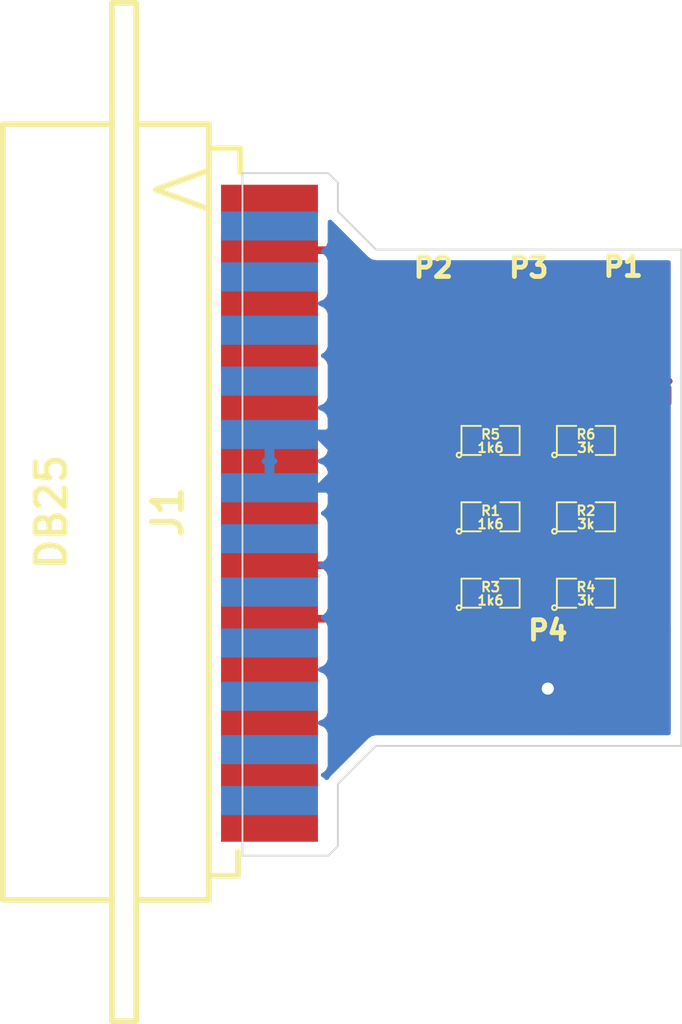
<source format=kicad_pcb>
(kicad_pcb (version 3) (host pcbnew "(2013-07-07 BZR 4022)-stable")

  (general
    (links 14)
    (no_connects 0)
    (area 110.040599 99.173599 151.050001 153.326401)
    (thickness 1.6)
    (drawings 20)
    (tracks 49)
    (zones 0)
    (modules 11)
    (nets 8)
  )

  (page A3)
  (layers
    (15 F.Cu signal)
    (0 B.Cu signal)
    (16 B.Adhes user)
    (17 F.Adhes user)
    (18 B.Paste user)
    (19 F.Paste user)
    (20 B.SilkS user)
    (21 F.SilkS user)
    (22 B.Mask user)
    (23 F.Mask user)
    (24 Dwgs.User user)
    (25 Cmts.User user)
    (26 Eco1.User user)
    (27 Eco2.User user)
    (28 Edge.Cuts user)
  )

  (setup
    (last_trace_width 0.4)
    (user_trace_width 0.254)
    (user_trace_width 0.3)
    (trace_clearance 0.254)
    (zone_clearance 0.508)
    (zone_45_only no)
    (trace_min 0.254)
    (segment_width 0.2)
    (edge_width 0.1)
    (via_size 0.889)
    (via_drill 0.635)
    (via_min_size 0.889)
    (via_min_drill 0.508)
    (uvia_size 0.508)
    (uvia_drill 0.127)
    (uvias_allowed no)
    (uvia_min_size 0.508)
    (uvia_min_drill 0.127)
    (pcb_text_width 0.3)
    (pcb_text_size 1.5 1.5)
    (mod_edge_width 0.15)
    (mod_text_size 1 1)
    (mod_text_width 0.15)
    (pad_size 4.064 4.064)
    (pad_drill 0)
    (pad_to_mask_clearance 0)
    (aux_axis_origin 0 0)
    (visible_elements 7FFFFFFF)
    (pcbplotparams
      (layerselection 3178497)
      (usegerberextensions true)
      (excludeedgelayer true)
      (linewidth 0.150000)
      (plotframeref false)
      (viasonmask false)
      (mode 1)
      (useauxorigin false)
      (hpglpennumber 1)
      (hpglpenspeed 20)
      (hpglpendiameter 15)
      (hpglpenoverlay 2)
      (psnegative false)
      (psa4output false)
      (plotreference true)
      (plotvalue true)
      (plotothertext true)
      (plotinvisibletext false)
      (padsonsilk false)
      (subtractmaskfromsilk false)
      (outputformat 1)
      (mirror false)
      (drillshape 1)
      (scaleselection 1)
      (outputdirectory ""))
  )

  (net 0 "")
  (net 1 /cs)
  (net 2 /miso)
  (net 3 /mosi)
  (net 4 /p2)
  (net 5 /p8)
  (net 6 /p9)
  (net 7 GND)

  (net_class Default "This is the default net class."
    (clearance 0.254)
    (trace_width 0.4)
    (via_dia 0.889)
    (via_drill 0.635)
    (uvia_dia 0.508)
    (uvia_drill 0.127)
    (add_net "")
    (add_net /cs)
    (add_net /miso)
    (add_net /mosi)
    (add_net /p2)
    (add_net /p8)
    (add_net /p9)
    (add_net GND)
  )

  (module 1pin (layer F.Cu) (tedit 54444187) (tstamp 54444151)
    (at 144 138)
    (descr "module 1 pin (ou trou mecanique de percage)")
    (tags DEV)
    (path /54433503)
    (fp_text reference P4 (at 0 -3.048) (layer F.SilkS)
      (effects (font (size 1.016 1.016) (thickness 0.254)))
    )
    (fp_text value gnd (at 0 2.794) (layer F.SilkS) hide
      (effects (font (size 1.016 1.016) (thickness 0.254)))
    )
    (pad 1 smd circle (at 0 0) (size 4.064 4.064)
      (layers F.Cu F.Paste F.Mask)
      (net 7 GND)
    )
  )

  (module 1pin (layer F.Cu) (tedit 54444174) (tstamp 54444145)
    (at 138 119)
    (descr "module 1 pin (ou trou mecanique de percage)")
    (tags DEV)
    (path /544334E7)
    (fp_text reference P2 (at 0 -3.048) (layer F.SilkS)
      (effects (font (size 1.016 1.016) (thickness 0.254)))
    )
    (fp_text value miso (at 0 2.794) (layer F.SilkS) hide
      (effects (font (size 1.016 1.016) (thickness 0.254)))
    )
    (pad 1 smd circle (at 0 0) (size 4.064 4.064)
      (layers F.Cu F.Paste F.Mask)
      (net 2 /miso)
    )
  )

  (module 1pin (layer F.Cu) (tedit 5444415F) (tstamp 5444414B)
    (at 143 119)
    (descr "module 1 pin (ou trou mecanique de percage)")
    (tags DEV)
    (path /544334F5)
    (fp_text reference P3 (at 0 -3.048) (layer F.SilkS)
      (effects (font (size 1.016 1.016) (thickness 0.254)))
    )
    (fp_text value cs (at 0 2.794) (layer F.SilkS) hide
      (effects (font (size 1.016 1.016) (thickness 0.254)))
    )
    (pad 1 smd circle (at 0 0) (size 4.064 4.064)
      (layers F.Cu F.Paste F.Mask)
      (net 1 /cs)
    )
  )

  (module 1pin (layer F.Cu) (tedit 5444414C) (tstamp 5444413F)
    (at 147.95 118.95)
    (descr "module 1 pin (ou trou mecanique de percage)")
    (tags DEV)
    (path /544334B8)
    (fp_text reference P1 (at 0 -3.048) (layer F.SilkS)
      (effects (font (size 1.016 1.016) (thickness 0.254)))
    )
    (fp_text value mosi (at 0 2.794) (layer F.SilkS) hide
      (effects (font (size 1.016 1.016) (thickness 0.254)))
    )
    (pad 1 smd circle (at 0 0) (size 4.064 4.064)
      (layers F.Cu F.Paste F.Mask)
      (net 3 /mosi)
    )
  )

  (module SM0805 (layer F.Cu) (tedit 5091495C) (tstamp 544440CB)
    (at 146 129)
    (path /54433244)
    (attr smd)
    (fp_text reference R2 (at 0 -0.3175) (layer F.SilkS)
      (effects (font (size 0.50038 0.50038) (thickness 0.10922)))
    )
    (fp_text value 3k (at 0 0.381) (layer F.SilkS)
      (effects (font (size 0.50038 0.50038) (thickness 0.10922)))
    )
    (fp_circle (center -1.651 0.762) (end -1.651 0.635) (layer F.SilkS) (width 0.09906))
    (fp_line (start -0.508 0.762) (end -1.524 0.762) (layer F.SilkS) (width 0.09906))
    (fp_line (start -1.524 0.762) (end -1.524 -0.762) (layer F.SilkS) (width 0.09906))
    (fp_line (start -1.524 -0.762) (end -0.508 -0.762) (layer F.SilkS) (width 0.09906))
    (fp_line (start 0.508 -0.762) (end 1.524 -0.762) (layer F.SilkS) (width 0.09906))
    (fp_line (start 1.524 -0.762) (end 1.524 0.762) (layer F.SilkS) (width 0.09906))
    (fp_line (start 1.524 0.762) (end 0.508 0.762) (layer F.SilkS) (width 0.09906))
    (pad 1 smd rect (at -0.9525 0) (size 0.889 1.397)
      (layers F.Cu F.Paste F.Mask)
      (net 3 /mosi)
    )
    (pad 2 smd rect (at 0.9525 0) (size 0.889 1.397)
      (layers F.Cu F.Paste F.Mask)
      (net 7 GND)
    )
    (model smd/chip_cms.wrl
      (at (xyz 0 0 0))
      (scale (xyz 0.1 0.1 0.1))
      (rotate (xyz 0 0 0))
    )
  )

  (module SM0805 (layer F.Cu) (tedit 5091495C) (tstamp 544440D8)
    (at 141 129)
    (path /54433256)
    (attr smd)
    (fp_text reference R1 (at 0 -0.3175) (layer F.SilkS)
      (effects (font (size 0.50038 0.50038) (thickness 0.10922)))
    )
    (fp_text value 1k6 (at 0 0.381) (layer F.SilkS)
      (effects (font (size 0.50038 0.50038) (thickness 0.10922)))
    )
    (fp_circle (center -1.651 0.762) (end -1.651 0.635) (layer F.SilkS) (width 0.09906))
    (fp_line (start -0.508 0.762) (end -1.524 0.762) (layer F.SilkS) (width 0.09906))
    (fp_line (start -1.524 0.762) (end -1.524 -0.762) (layer F.SilkS) (width 0.09906))
    (fp_line (start -1.524 -0.762) (end -0.508 -0.762) (layer F.SilkS) (width 0.09906))
    (fp_line (start 0.508 -0.762) (end 1.524 -0.762) (layer F.SilkS) (width 0.09906))
    (fp_line (start 1.524 -0.762) (end 1.524 0.762) (layer F.SilkS) (width 0.09906))
    (fp_line (start 1.524 0.762) (end 0.508 0.762) (layer F.SilkS) (width 0.09906))
    (pad 1 smd rect (at -0.9525 0) (size 0.889 1.397)
      (layers F.Cu F.Paste F.Mask)
      (net 5 /p8)
    )
    (pad 2 smd rect (at 0.9525 0) (size 0.889 1.397)
      (layers F.Cu F.Paste F.Mask)
      (net 3 /mosi)
    )
    (model smd/chip_cms.wrl
      (at (xyz 0 0 0))
      (scale (xyz 0.1 0.1 0.1))
      (rotate (xyz 0 0 0))
    )
  )

  (module SM0805 (layer F.Cu) (tedit 5091495C) (tstamp 544440E5)
    (at 146 133)
    (path /5443329A)
    (attr smd)
    (fp_text reference R4 (at 0 -0.3175) (layer F.SilkS)
      (effects (font (size 0.50038 0.50038) (thickness 0.10922)))
    )
    (fp_text value 3k (at 0 0.381) (layer F.SilkS)
      (effects (font (size 0.50038 0.50038) (thickness 0.10922)))
    )
    (fp_circle (center -1.651 0.762) (end -1.651 0.635) (layer F.SilkS) (width 0.09906))
    (fp_line (start -0.508 0.762) (end -1.524 0.762) (layer F.SilkS) (width 0.09906))
    (fp_line (start -1.524 0.762) (end -1.524 -0.762) (layer F.SilkS) (width 0.09906))
    (fp_line (start -1.524 -0.762) (end -0.508 -0.762) (layer F.SilkS) (width 0.09906))
    (fp_line (start 0.508 -0.762) (end 1.524 -0.762) (layer F.SilkS) (width 0.09906))
    (fp_line (start 1.524 -0.762) (end 1.524 0.762) (layer F.SilkS) (width 0.09906))
    (fp_line (start 1.524 0.762) (end 0.508 0.762) (layer F.SilkS) (width 0.09906))
    (pad 1 smd rect (at -0.9525 0) (size 0.889 1.397)
      (layers F.Cu F.Paste F.Mask)
      (net 2 /miso)
    )
    (pad 2 smd rect (at 0.9525 0) (size 0.889 1.397)
      (layers F.Cu F.Paste F.Mask)
      (net 7 GND)
    )
    (model smd/chip_cms.wrl
      (at (xyz 0 0 0))
      (scale (xyz 0.1 0.1 0.1))
      (rotate (xyz 0 0 0))
    )
  )

  (module SM0805 (layer F.Cu) (tedit 5091495C) (tstamp 544440F2)
    (at 141 133)
    (path /544332A0)
    (attr smd)
    (fp_text reference R3 (at 0 -0.3175) (layer F.SilkS)
      (effects (font (size 0.50038 0.50038) (thickness 0.10922)))
    )
    (fp_text value 1k6 (at 0 0.381) (layer F.SilkS)
      (effects (font (size 0.50038 0.50038) (thickness 0.10922)))
    )
    (fp_circle (center -1.651 0.762) (end -1.651 0.635) (layer F.SilkS) (width 0.09906))
    (fp_line (start -0.508 0.762) (end -1.524 0.762) (layer F.SilkS) (width 0.09906))
    (fp_line (start -1.524 0.762) (end -1.524 -0.762) (layer F.SilkS) (width 0.09906))
    (fp_line (start -1.524 -0.762) (end -0.508 -0.762) (layer F.SilkS) (width 0.09906))
    (fp_line (start 0.508 -0.762) (end 1.524 -0.762) (layer F.SilkS) (width 0.09906))
    (fp_line (start 1.524 -0.762) (end 1.524 0.762) (layer F.SilkS) (width 0.09906))
    (fp_line (start 1.524 0.762) (end 0.508 0.762) (layer F.SilkS) (width 0.09906))
    (pad 1 smd rect (at -0.9525 0) (size 0.889 1.397)
      (layers F.Cu F.Paste F.Mask)
      (net 6 /p9)
    )
    (pad 2 smd rect (at 0.9525 0) (size 0.889 1.397)
      (layers F.Cu F.Paste F.Mask)
      (net 2 /miso)
    )
    (model smd/chip_cms.wrl
      (at (xyz 0 0 0))
      (scale (xyz 0.1 0.1 0.1))
      (rotate (xyz 0 0 0))
    )
  )

  (module SM0805 (layer F.Cu) (tedit 5091495C) (tstamp 544440FF)
    (at 146 125)
    (path /544332B2)
    (attr smd)
    (fp_text reference R6 (at 0 -0.3175) (layer F.SilkS)
      (effects (font (size 0.50038 0.50038) (thickness 0.10922)))
    )
    (fp_text value 3k (at 0 0.381) (layer F.SilkS)
      (effects (font (size 0.50038 0.50038) (thickness 0.10922)))
    )
    (fp_circle (center -1.651 0.762) (end -1.651 0.635) (layer F.SilkS) (width 0.09906))
    (fp_line (start -0.508 0.762) (end -1.524 0.762) (layer F.SilkS) (width 0.09906))
    (fp_line (start -1.524 0.762) (end -1.524 -0.762) (layer F.SilkS) (width 0.09906))
    (fp_line (start -1.524 -0.762) (end -0.508 -0.762) (layer F.SilkS) (width 0.09906))
    (fp_line (start 0.508 -0.762) (end 1.524 -0.762) (layer F.SilkS) (width 0.09906))
    (fp_line (start 1.524 -0.762) (end 1.524 0.762) (layer F.SilkS) (width 0.09906))
    (fp_line (start 1.524 0.762) (end 0.508 0.762) (layer F.SilkS) (width 0.09906))
    (pad 1 smd rect (at -0.9525 0) (size 0.889 1.397)
      (layers F.Cu F.Paste F.Mask)
      (net 1 /cs)
    )
    (pad 2 smd rect (at 0.9525 0) (size 0.889 1.397)
      (layers F.Cu F.Paste F.Mask)
      (net 7 GND)
    )
    (model smd/chip_cms.wrl
      (at (xyz 0 0 0))
      (scale (xyz 0.1 0.1 0.1))
      (rotate (xyz 0 0 0))
    )
  )

  (module SM0805 (layer F.Cu) (tedit 5091495C) (tstamp 5444410C)
    (at 141 125)
    (path /544332B8)
    (attr smd)
    (fp_text reference R5 (at 0 -0.3175) (layer F.SilkS)
      (effects (font (size 0.50038 0.50038) (thickness 0.10922)))
    )
    (fp_text value 1k6 (at 0 0.381) (layer F.SilkS)
      (effects (font (size 0.50038 0.50038) (thickness 0.10922)))
    )
    (fp_circle (center -1.651 0.762) (end -1.651 0.635) (layer F.SilkS) (width 0.09906))
    (fp_line (start -0.508 0.762) (end -1.524 0.762) (layer F.SilkS) (width 0.09906))
    (fp_line (start -1.524 0.762) (end -1.524 -0.762) (layer F.SilkS) (width 0.09906))
    (fp_line (start -1.524 -0.762) (end -0.508 -0.762) (layer F.SilkS) (width 0.09906))
    (fp_line (start 0.508 -0.762) (end 1.524 -0.762) (layer F.SilkS) (width 0.09906))
    (fp_line (start 1.524 -0.762) (end 1.524 0.762) (layer F.SilkS) (width 0.09906))
    (fp_line (start 1.524 0.762) (end 0.508 0.762) (layer F.SilkS) (width 0.09906))
    (pad 1 smd rect (at -0.9525 0) (size 0.889 1.397)
      (layers F.Cu F.Paste F.Mask)
      (net 4 /p2)
    )
    (pad 2 smd rect (at 0.9525 0) (size 0.889 1.397)
      (layers F.Cu F.Paste F.Mask)
      (net 1 /cs)
    )
    (model smd/chip_cms.wrl
      (at (xyz 0 0 0))
      (scale (xyz 0.1 0.1 0.1))
      (rotate (xyz 0 0 0))
    )
  )

  (module DB25M_CI (layer F.Cu) (tedit 3F9A86C0) (tstamp 54444139)
    (at 126.75 128.75 90)
    (descr "Connecteur DB25 male couche")
    (tags "CONN DB25")
    (path /54433234)
    (fp_text reference J1 (at 0 -2.667 270) (layer F.SilkS)
      (effects (font (size 1.524 1.524) (thickness 0.3048)))
    )
    (fp_text value DB25 (at 0 -8.763 270) (layer F.SilkS)
      (effects (font (size 1.524 1.524) (thickness 0.3048)))
    )
    (fp_line (start 15.875 -0.508) (end 16.891 -3.302) (layer F.SilkS) (width 0.3048))
    (fp_line (start 16.891 -3.302) (end 17.907 -0.508) (layer F.SilkS) (width 0.3048))
    (fp_line (start -26.67 -4.318) (end 26.67 -4.318) (layer F.SilkS) (width 0.3048))
    (fp_line (start 26.67 -5.588) (end -26.67 -5.588) (layer F.SilkS) (width 0.3048))
    (fp_line (start 26.67 -5.588) (end 26.67 -4.318) (layer F.SilkS) (width 0.3048))
    (fp_line (start -26.67 -5.588) (end -26.67 -4.318) (layer F.SilkS) (width 0.3048))
    (fp_line (start 20.32 -0.508) (end -20.32 -0.508) (layer F.SilkS) (width 0.3048))
    (fp_line (start 19.05 -0.508) (end 19.05 1.143) (layer F.SilkS) (width 0.3048))
    (fp_line (start 19.05 1.143) (end 17.78 1.143) (layer F.SilkS) (width 0.3048))
    (fp_line (start -19.05 -0.508) (end -19.05 1.016) (layer F.SilkS) (width 0.3048))
    (fp_line (start -19.05 1.016) (end -17.78 1.016) (layer F.SilkS) (width 0.3048))
    (fp_line (start -20.32 -0.508) (end -20.32 -4.318) (layer F.SilkS) (width 0.3048))
    (fp_line (start 20.32 -4.318) (end 20.32 -0.508) (layer F.SilkS) (width 0.3048))
    (fp_line (start -20.32 -5.588) (end -20.32 -11.303) (layer F.SilkS) (width 0.3048))
    (fp_line (start -20.32 -11.303) (end 20.32 -11.303) (layer F.SilkS) (width 0.3048))
    (fp_line (start 20.32 -11.303) (end 20.32 -5.588) (layer F.SilkS) (width 0.3048))
    (pad 13 connect rect (at -16.51 2.667 180) (size 5.08 1.524)
      (layers F.Cu F.Mask)
    )
    (pad 12 connect rect (at -13.716 2.667 180) (size 5.08 1.524)
      (layers F.Cu F.Mask)
    )
    (pad 11 connect rect (at -11.049 2.667 180) (size 5.08 1.524)
      (layers F.Cu F.Mask)
    )
    (pad 10 connect rect (at -8.255 2.667 180) (size 5.08 1.524)
      (layers F.Cu F.Mask)
    )
    (pad 9 connect rect (at -5.588 2.667 180) (size 5.08 1.524)
      (layers F.Cu F.Mask)
      (net 6 /p9)
    )
    (pad 8 connect rect (at -2.794 2.667 180) (size 5.08 1.524)
      (layers F.Cu F.Mask)
      (net 5 /p8)
    )
    (pad 7 connect rect (at 0 2.667 180) (size 5.08 1.524)
      (layers F.Cu F.Mask)
    )
    (pad 6 connect rect (at 2.667 2.667 180) (size 5.08 1.524)
      (layers F.Cu F.Mask)
    )
    (pad 5 connect rect (at 5.461 2.667 180) (size 5.08 1.524)
      (layers F.Cu F.Mask)
    )
    (pad 4 connect rect (at 8.128 2.667 180) (size 5.08 1.524)
      (layers F.Cu F.Mask)
    )
    (pad 3 connect rect (at 10.922 2.667 180) (size 5.08 1.524)
      (layers F.Cu F.Mask)
    )
    (pad 2 connect rect (at 13.716 2.667 180) (size 5.08 1.524)
      (layers F.Cu F.Mask)
      (net 4 /p2)
    )
    (pad 1 connect rect (at 16.383 2.667 180) (size 5.08 1.524)
      (layers F.Cu F.Mask)
    )
    (pad 25 connect rect (at -15.113 2.667 180) (size 5.08 1.524)
      (layers B.Cu B.Mask)
    )
    (pad 24 connect rect (at -12.446 2.667 180) (size 5.08 1.524)
      (layers B.Cu B.Mask)
    )
    (pad 23 connect rect (at -9.652 2.667 180) (size 5.08 1.524)
      (layers B.Cu B.Mask)
    )
    (pad 22 connect rect (at -6.858 2.667 180) (size 5.08 1.524)
      (layers B.Cu B.Mask)
    )
    (pad 21 connect rect (at -4.191 2.667 180) (size 5.08 1.524)
      (layers B.Cu B.Mask)
    )
    (pad 20 connect rect (at -1.397 2.667 180) (size 5.08 1.524)
      (layers B.Cu B.Mask)
    )
    (pad 19 connect rect (at 1.27 2.667 180) (size 5.08 1.524)
      (layers B.Cu B.Mask)
      (net 7 GND)
    )
    (pad 18 connect rect (at 4.064 2.667 180) (size 5.08 1.524)
      (layers B.Cu B.Mask)
      (net 7 GND)
    )
    (pad 17 connect rect (at 6.858 2.667 180) (size 5.08 1.524)
      (layers B.Cu B.Mask)
    )
    (pad 16 connect rect (at 9.525 2.667 180) (size 5.08 1.524)
      (layers B.Cu B.Mask)
    )
    (pad 15 connect rect (at 12.319 2.667 180) (size 5.08 1.524)
      (layers B.Cu B.Mask)
    )
    (pad 14 connect rect (at 14.986 2.667 180) (size 5.08 1.524)
      (layers B.Cu B.Mask)
    )
    (model conn_DBxx/db25_male.wrl
      (at (xyz 0 0 -0.033))
      (scale (xyz 0.98 1 1))
      (rotate (xyz 90 180 0))
    )
  )

  (gr_line (start 133 143) (end 133 143.25) (angle 90) (layer Edge.Cuts) (width 0.1))
  (gr_line (start 135 141) (end 133 143) (angle 90) (layer Edge.Cuts) (width 0.1))
  (gr_line (start 133 146.25) (end 133 143.25) (angle 90) (layer Edge.Cuts) (width 0.1))
  (gr_line (start 132.5 146.75) (end 133 146.25) (angle 90) (layer Edge.Cuts) (width 0.1))
  (gr_line (start 128 146.75) (end 132.5 146.75) (angle 90) (layer Edge.Cuts) (width 0.1))
  (gr_line (start 128 146.25) (end 128 146.75) (angle 90) (layer Edge.Cuts) (width 0.1))
  (gr_line (start 128 111) (end 128 146.25) (angle 90) (layer Edge.Cuts) (width 0.1))
  (gr_line (start 132.5 111) (end 128 111) (angle 90) (layer Edge.Cuts) (width 0.1))
  (gr_line (start 133 111.5) (end 132.5 111) (angle 90) (layer Edge.Cuts) (width 0.1))
  (gr_line (start 133 113) (end 133 111.5) (angle 90) (layer Edge.Cuts) (width 0.1))
  (gr_line (start 135 115) (end 133 113) (angle 90) (layer Edge.Cuts) (width 0.1))
  (gr_text mosi (at 148.5 122.5) (layer F.Cu)
    (effects (font (size 1.2 1.2) (thickness 0.3)))
  )
  (gr_text miso (at 137.25 122.5) (layer F.Cu)
    (effects (font (size 1.2 1.2) (thickness 0.3)))
  )
  (gr_text "18, 19, \ngnd" (at 138.5 136.75) (layer F.Cu)
    (effects (font (size 1.2 1.2) (thickness 0.3)))
  )
  (gr_text 9 (at 149.25 133) (layer F.Cu)
    (effects (font (size 1.5 1.5) (thickness 0.3)))
  )
  (gr_text 8 (at 149.25 129) (layer F.Cu)
    (effects (font (size 1.5 1.5) (thickness 0.3)))
  )
  (gr_text 2 (at 149.25 125) (layer F.Cu)
    (effects (font (size 1.5 1.5) (thickness 0.3)))
  )
  (gr_line (start 151 141) (end 135 141) (angle 90) (layer Edge.Cuts) (width 0.1))
  (gr_line (start 151 115) (end 151 141) (angle 90) (layer Edge.Cuts) (width 0.1))
  (gr_line (start 135 115) (end 151 115) (angle 90) (layer Edge.Cuts) (width 0.1))

  (segment (start 143.45 125) (end 143.45 119.45) (width 0.4) (layer F.Cu) (net 1))
  (segment (start 143.45 119.45) (end 143 119) (width 0.4) (layer F.Cu) (net 1) (tstamp 54444682))
  (segment (start 141.9525 125) (end 143.45 125) (width 0.4) (layer F.Cu) (net 1))
  (segment (start 143.45 125) (end 145.0475 125) (width 0.4) (layer F.Cu) (net 1) (tstamp 54444680))
  (segment (start 143.55 133) (end 143.55 131.45) (width 0.4) (layer F.Cu) (net 2))
  (segment (start 138 120.2) (end 138 119) (width 0.4) (layer F.Cu) (net 2) (tstamp 54444651))
  (segment (start 141 123.2) (end 138 120.2) (width 0.4) (layer F.Cu) (net 2) (tstamp 5444464E))
  (segment (start 141 130.5) (end 141 123.2) (width 0.4) (layer F.Cu) (net 2) (tstamp 5444464D))
  (segment (start 141.45 130.95) (end 141 130.5) (width 0.4) (layer F.Cu) (net 2) (tstamp 5444464C))
  (segment (start 143.05 130.95) (end 141.45 130.95) (width 0.4) (layer F.Cu) (net 2) (tstamp 5444464B))
  (segment (start 143.55 131.45) (end 143.05 130.95) (width 0.4) (layer F.Cu) (net 2) (tstamp 5444464A))
  (segment (start 141.9525 133) (end 143.55 133) (width 0.4) (layer F.Cu) (net 2))
  (segment (start 143.55 133) (end 145.0475 133) (width 0.4) (layer F.Cu) (net 2) (tstamp 54444648))
  (segment (start 143.55 129) (end 143.55 127.7) (width 0.4) (layer F.Cu) (net 3))
  (segment (start 146 120.9) (end 147.95 118.95) (width 0.4) (layer F.Cu) (net 3) (tstamp 5444467D))
  (segment (start 146 126.5) (end 146 120.9) (width 0.4) (layer F.Cu) (net 3) (tstamp 5444467C))
  (segment (start 145.7 126.8) (end 146 126.5) (width 0.4) (layer F.Cu) (net 3) (tstamp 5444467B))
  (segment (start 144.45 126.8) (end 145.7 126.8) (width 0.4) (layer F.Cu) (net 3) (tstamp 5444467A))
  (segment (start 143.55 127.7) (end 144.45 126.8) (width 0.4) (layer F.Cu) (net 3) (tstamp 54444679))
  (segment (start 141.9525 129) (end 143.55 129) (width 0.4) (layer F.Cu) (net 3))
  (segment (start 143.55 129) (end 145.0475 129) (width 0.4) (layer F.Cu) (net 3) (tstamp 54444677))
  (segment (start 137 125) (end 136.25 125) (width 0.4) (layer F.Cu) (net 4))
  (segment (start 140.0475 125) (end 137 125) (width 0.4) (layer F.Cu) (net 4))
  (segment (start 133.284 115.034) (end 129.417 115.034) (width 0.4) (layer F.Cu) (net 4) (tstamp 5455B7BB) (status 800000))
  (segment (start 134.75 116.5) (end 133.284 115.034) (width 0.4) (layer F.Cu) (net 4) (tstamp 5455B7BA))
  (segment (start 134.75 123.5) (end 134.75 116.5) (width 0.4) (layer F.Cu) (net 4) (tstamp 5455B7B9))
  (segment (start 136.25 125) (end 134.75 123.5) (width 0.4) (layer F.Cu) (net 4) (tstamp 5455B7B8))
  (segment (start 137 129) (end 136 129) (width 0.4) (layer F.Cu) (net 5))
  (segment (start 140.0475 129) (end 137 129) (width 0.4) (layer F.Cu) (net 5))
  (segment (start 133.456 131.544) (end 129.417 131.544) (width 0.4) (layer F.Cu) (net 5) (tstamp 5455B7BE) (status 800000))
  (segment (start 136 129) (end 133.456 131.544) (width 0.4) (layer F.Cu) (net 5) (tstamp 5455B7BD))
  (segment (start 137 133) (end 135 133) (width 0.4) (layer F.Cu) (net 6))
  (segment (start 140.0475 133) (end 137 133) (width 0.4) (layer F.Cu) (net 6))
  (segment (start 133.662 134.338) (end 129.417 134.338) (width 0.4) (layer F.Cu) (net 6) (tstamp 5455B7C2) (status 800000))
  (segment (start 135 133) (end 133.662 134.338) (width 0.4) (layer F.Cu) (net 6) (tstamp 5455B7C1))
  (segment (start 133.25 126) (end 133.25 126.25) (width 0.4) (layer B.Cu) (net 7))
  (segment (start 132.02 127.48) (end 129.417 127.48) (width 0.4) (layer B.Cu) (net 7) (tstamp 5455B7D8) (status 800000))
  (segment (start 133.25 126.25) (end 132.02 127.48) (width 0.4) (layer B.Cu) (net 7) (tstamp 5455B7D4))
  (segment (start 133.25 126) (end 132 124.75) (width 0.4) (layer B.Cu) (net 7))
  (segment (start 144 138) (end 144 129) (width 0.4) (layer B.Cu) (net 7) (tstamp 5455B7C7) (status 400000))
  (segment (start 144 129) (end 141 126) (width 0.4) (layer B.Cu) (net 7) (tstamp 5455B7C8))
  (segment (start 141 126) (end 133.25 126) (width 0.4) (layer B.Cu) (net 7) (tstamp 5455B7C9))
  (segment (start 146.9525 133) (end 146.9525 135.0475) (width 0.4) (layer F.Cu) (net 7))
  (segment (start 146.9525 135.0475) (end 144 138) (width 0.4) (layer F.Cu) (net 7) (tstamp 54444620))
  (via (at 144 138) (size 0.889) (layers F.Cu B.Cu) (net 7) (status C00000))
  (segment (start 129.481 124.75) (end 129.417 124.686) (width 0.4) (layer B.Cu) (net 7) (tstamp 5455B7D1) (status C00000))
  (segment (start 132 124.75) (end 129.481 124.75) (width 0.4) (layer B.Cu) (net 7) (tstamp 5455B7CD) (status 800000))
  (segment (start 146.9525 129) (end 146.9525 133) (width 0.4) (layer F.Cu) (net 7))
  (segment (start 146.9525 125) (end 146.9525 129) (width 0.4) (layer F.Cu) (net 7))

  (zone (net 7) (net_name GND) (layer F.Cu) (tstamp 5455B86C) (hatch edge 0.508)
    (connect_pads (clearance 0.508))
    (min_thickness 0.254)
    (fill (arc_segments 16) (thermal_gap 0.508) (thermal_bridge_width 0.508))
    (polygon
      (pts
        (xy 151 141) (xy 135 141) (xy 133 143) (xy 133 146.25) (xy 132.5 146.75)
        (xy 128 146.75) (xy 128 111) (xy 132.5 111) (xy 133 111.5) (xy 133 113)
        (xy 135 115) (xy 151 115)
      )
    )
    (filled_polygon
      (pts
        (xy 150.315 140.315) (xy 146.670877 140.315) (xy 146.670877 138.510612) (xy 146.662972 137.449644) (xy 146.272166 136.506155)
        (xy 145.89812 136.281485) (xy 144.179605 138) (xy 145.89812 139.718515) (xy 146.272166 139.493845) (xy 146.670877 138.510612)
        (xy 146.670877 140.315) (xy 145.390434 140.315) (xy 145.493845 140.272166) (xy 145.718515 139.89812) (xy 144 138.179605)
        (xy 143.985857 138.193747) (xy 143.806252 138.014142) (xy 143.820395 138) (xy 143.806252 137.985857) (xy 143.985857 137.806252)
        (xy 144 137.820395) (xy 145.718515 136.10188) (xy 145.493845 135.727834) (xy 144.510612 135.329123) (xy 143.449644 135.337028)
        (xy 143.056429 135.499903) (xy 143.056429 134.825) (xy 134.355868 134.825) (xy 135.345868 133.835) (xy 137 133.835)
        (xy 138.972329 133.835) (xy 139.064359 134.057729) (xy 139.242832 134.236513) (xy 139.476136 134.333389) (xy 139.728755 134.33361)
        (xy 140.617755 134.33361) (xy 140.851229 134.237141) (xy 141.000102 134.088526) (xy 141.147832 134.236513) (xy 141.381136 134.333389)
        (xy 141.633755 134.33361) (xy 142.522755 134.33361) (xy 142.756229 134.237141) (xy 142.935013 134.058668) (xy 143.027887 133.835)
        (xy 143.55 133.835) (xy 143.972329 133.835) (xy 144.064359 134.057729) (xy 144.242832 134.236513) (xy 144.476136 134.333389)
        (xy 144.728755 134.33361) (xy 145.617755 134.33361) (xy 145.851229 134.237141) (xy 146 134.088628) (xy 146.148771 134.237141)
        (xy 146.382245 134.33361) (xy 146.66675 134.3335) (xy 146.8255 134.17475) (xy 146.8255 133.127) (xy 146.8055 133.127)
        (xy 146.8055 132.873) (xy 146.8255 132.873) (xy 146.8255 131.82525) (xy 146.66675 131.6665) (xy 146.382245 131.66639)
        (xy 146.148771 131.762859) (xy 145.999897 131.911473) (xy 145.852168 131.763487) (xy 145.618864 131.666611) (xy 145.366245 131.66639)
        (xy 144.477245 131.66639) (xy 144.385 131.704504) (xy 144.385 131.45) (xy 144.384999 131.449999) (xy 144.321439 131.130459)
        (xy 144.140434 130.859566) (xy 144.140434 130.859565) (xy 143.640434 130.359566) (xy 143.369541 130.178561) (xy 143.05 130.115)
        (xy 142.878582 130.115) (xy 142.935013 130.058668) (xy 143.027887 129.835) (xy 143.55 129.835) (xy 143.972329 129.835)
        (xy 144.064359 130.057729) (xy 144.242832 130.236513) (xy 144.476136 130.333389) (xy 144.728755 130.33361) (xy 145.617755 130.33361)
        (xy 145.851229 130.237141) (xy 146 130.088628) (xy 146.148771 130.237141) (xy 146.382245 130.33361) (xy 146.66675 130.3335)
        (xy 146.8255 130.17475) (xy 146.8255 129.127) (xy 146.8055 129.127) (xy 146.8055 128.873) (xy 146.8255 128.873)
        (xy 146.8255 127.82525) (xy 146.66675 127.6665) (xy 146.382245 127.66639) (xy 146.148771 127.762859) (xy 145.999897 127.911473)
        (xy 145.852168 127.763487) (xy 145.618864 127.666611) (xy 145.366245 127.66639) (xy 144.764478 127.66639) (xy 144.795868 127.635)
        (xy 145.7 127.635) (xy 146.01954 127.571439) (xy 146.019541 127.571439) (xy 146.290434 127.390434) (xy 146.590434 127.090434)
        (xy 146.771439 126.819541) (xy 146.771439 126.81954) (xy 146.835 126.5) (xy 146.835 124.853) (xy 147.0795 124.853)
        (xy 147.0795 124.873) (xy 147.0995 124.873) (xy 147.0995 125.127) (xy 147.0795 125.127) (xy 147.0795 126.17475)
        (xy 147.23825 126.3335) (xy 147.522755 126.33361) (xy 147.750715 126.239419) (xy 147.750715 126.835) (xy 150.315 126.835)
        (xy 150.315 126.865) (xy 147.750715 126.865) (xy 147.750715 127.76058) (xy 147.522755 127.66639) (xy 147.23825 127.6665)
        (xy 147.0795 127.82525) (xy 147.0795 128.873) (xy 147.0995 128.873) (xy 147.0995 129.127) (xy 147.0795 129.127)
        (xy 147.0795 130.17475) (xy 147.23825 130.3335) (xy 147.522755 130.33361) (xy 147.750715 130.239419) (xy 147.750715 130.835)
        (xy 150.315 130.835) (xy 150.315 130.865) (xy 147.750715 130.865) (xy 147.750715 131.76058) (xy 147.522755 131.66639)
        (xy 147.23825 131.6665) (xy 147.0795 131.82525) (xy 147.0795 132.873) (xy 147.0995 132.873) (xy 147.0995 133.127)
        (xy 147.0795 133.127) (xy 147.0795 134.17475) (xy 147.23825 134.3335) (xy 147.522755 134.33361) (xy 147.750715 134.239419)
        (xy 147.750715 134.835) (xy 150.315 134.835) (xy 150.315 140.315)
      )
    )
  )
  (zone (net 7) (net_name GND) (layer B.Cu) (tstamp 5455B897) (hatch edge 0.508)
    (connect_pads (clearance 0.508))
    (min_thickness 0.254)
    (fill (arc_segments 16) (thermal_gap 0.508) (thermal_bridge_width 0.508))
    (polygon
      (pts
        (xy 151 141) (xy 135 141) (xy 133 143) (xy 133 146.25) (xy 132.5 146.75)
        (xy 128 146.75) (xy 128 111) (xy 132.5 111) (xy 133 111.5) (xy 133 113)
        (xy 135 115) (xy 151 115)
      )
    )
    (filled_polygon
      (pts
        (xy 150.315 140.315) (xy 135 140.315) (xy 134.737862 140.367143) (xy 134.515632 140.515632) (xy 132.515632 142.515632)
        (xy 132.417101 142.663094) (xy 132.317168 142.562987) (xy 132.236612 142.529537) (xy 132.316229 142.496641) (xy 132.495013 142.318168)
        (xy 132.591889 142.084864) (xy 132.59211 141.832245) (xy 132.59211 140.308245) (xy 132.495641 140.074771) (xy 132.317168 139.895987)
        (xy 132.083864 139.799111) (xy 132.082755 139.79911) (xy 132.316229 139.702641) (xy 132.495013 139.524168) (xy 132.591889 139.290864)
        (xy 132.59211 139.038245) (xy 132.59211 137.514245) (xy 132.495641 137.280771) (xy 132.317168 137.101987) (xy 132.083864 137.005111)
        (xy 132.082755 137.00511) (xy 132.316229 136.908641) (xy 132.495013 136.730168) (xy 132.591889 136.496864) (xy 132.59211 136.244245)
        (xy 132.59211 134.720245) (xy 132.495641 134.486771) (xy 132.317168 134.307987) (xy 132.236612 134.274537) (xy 132.316229 134.241641)
        (xy 132.495013 134.063168) (xy 132.591889 133.829864) (xy 132.59211 133.577245) (xy 132.59211 132.053245) (xy 132.495641 131.819771)
        (xy 132.317168 131.640987) (xy 132.083864 131.544111) (xy 132.082755 131.54411) (xy 132.316229 131.447641) (xy 132.495013 131.269168)
        (xy 132.591889 131.035864) (xy 132.59211 130.783245) (xy 132.59211 129.259245) (xy 132.495641 129.025771) (xy 132.317168 128.846987)
        (xy 132.236612 128.813537) (xy 132.316229 128.780641) (xy 132.495013 128.602168) (xy 132.591889 128.368864) (xy 132.59211 128.116245)
        (xy 132.59211 126.843755) (xy 132.591889 126.591136) (xy 132.495013 126.357832) (xy 132.316229 126.179359) (xy 132.083021 126.083)
        (xy 132.316229 125.986641) (xy 132.495013 125.808168) (xy 132.591889 125.574864) (xy 132.59211 125.322245) (xy 132.592 124.97175)
        (xy 132.43325 124.813) (xy 129.544 124.813) (xy 129.544 125.92425) (xy 129.70275 126.083) (xy 129.544 126.24175)
        (xy 129.544 127.353) (xy 132.43325 127.353) (xy 132.592 127.19425) (xy 132.59211 126.843755) (xy 132.59211 128.116245)
        (xy 132.592 127.76575) (xy 132.43325 127.607) (xy 129.544 127.607) (xy 129.544 127.627) (xy 129.29 127.627)
        (xy 129.29 127.607) (xy 129.27 127.607) (xy 129.27 127.353) (xy 129.29 127.353) (xy 129.29 126.24175)
        (xy 129.13125 126.083) (xy 129.29 125.92425) (xy 129.29 124.813) (xy 129.27 124.813) (xy 129.27 124.559)
        (xy 129.29 124.559) (xy 129.29 124.539) (xy 129.544 124.539) (xy 129.544 124.559) (xy 132.43325 124.559)
        (xy 132.592 124.40025) (xy 132.59211 124.049755) (xy 132.591889 123.797136) (xy 132.495013 123.563832) (xy 132.316229 123.385359)
        (xy 132.083021 123.289) (xy 132.316229 123.192641) (xy 132.495013 123.014168) (xy 132.591889 122.780864) (xy 132.59211 122.528245)
        (xy 132.59211 121.004245) (xy 132.495641 120.770771) (xy 132.317168 120.591987) (xy 132.236612 120.558537) (xy 132.316229 120.525641)
        (xy 132.495013 120.347168) (xy 132.591889 120.113864) (xy 132.59211 119.861245) (xy 132.59211 118.337245) (xy 132.495641 118.103771)
        (xy 132.317168 117.924987) (xy 132.083864 117.828111) (xy 132.082755 117.82811) (xy 132.316229 117.731641) (xy 132.495013 117.553168)
        (xy 132.591889 117.319864) (xy 132.59211 117.067245) (xy 132.59211 115.543245) (xy 132.495641 115.309771) (xy 132.317168 115.130987)
        (xy 132.236612 115.097537) (xy 132.316229 115.064641) (xy 132.495013 114.886168) (xy 132.591889 114.652864) (xy 132.59211 114.400245)
        (xy 132.59211 113.560846) (xy 134.515632 115.484368) (xy 134.737862 115.632857) (xy 135 115.685) (xy 150.315 115.685)
        (xy 150.315 140.315)
      )
    )
  )
)

</source>
